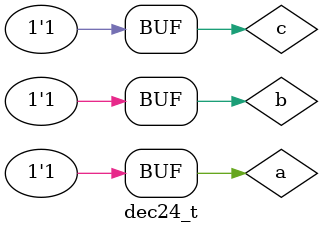
<source format=v>
module dec24_t ();
reg a,b,c;
wire [3:0]Y;
dec24 d1 (Y, a, b, c);
initial
begin
#100 b=0; a=0; c=1;
#100 b=0; a=1; c=1;
#100 b=1; a=0; c=1;
#100 b=1; a=1; c=1;
end
endmodule
</source>
